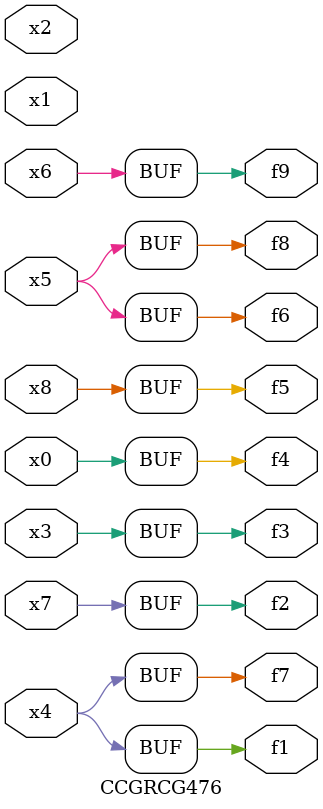
<source format=v>
module CCGRCG476(
	input x0, x1, x2, x3, x4, x5, x6, x7, x8,
	output f1, f2, f3, f4, f5, f6, f7, f8, f9
);
	assign f1 = x4;
	assign f2 = x7;
	assign f3 = x3;
	assign f4 = x0;
	assign f5 = x8;
	assign f6 = x5;
	assign f7 = x4;
	assign f8 = x5;
	assign f9 = x6;
endmodule

</source>
